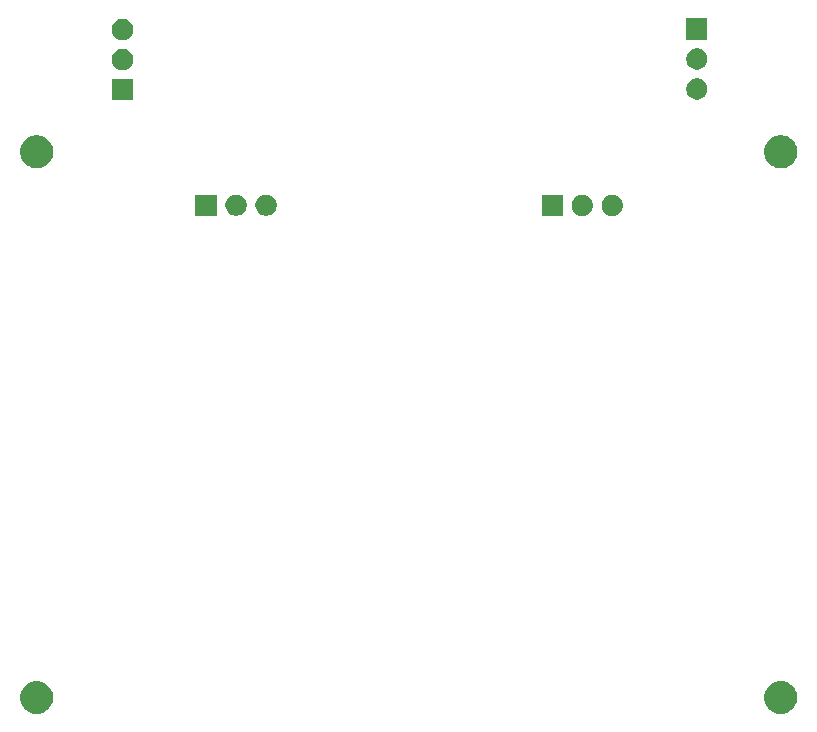
<source format=gbr>
G04 #@! TF.GenerationSoftware,KiCad,Pcbnew,(5.1.5)-3*
G04 #@! TF.CreationDate,2020-01-29T13:04:29+01:00*
G04 #@! TF.ProjectId,StepperClockLedRing,53746570-7065-4724-936c-6f636b4c6564,V0.1*
G04 #@! TF.SameCoordinates,Original*
G04 #@! TF.FileFunction,Soldermask,Bot*
G04 #@! TF.FilePolarity,Negative*
%FSLAX46Y46*%
G04 Gerber Fmt 4.6, Leading zero omitted, Abs format (unit mm)*
G04 Created by KiCad (PCBNEW (5.1.5)-3) date 2020-01-29 13:04:29*
%MOMM*%
%LPD*%
G04 APERTURE LIST*
%ADD10C,0.100000*%
G04 APERTURE END LIST*
D10*
G36*
X63318433Y-148634893D02*
G01*
X63408657Y-148652839D01*
X63514267Y-148696585D01*
X63663621Y-148758449D01*
X63663622Y-148758450D01*
X63893086Y-148911772D01*
X64088228Y-149106914D01*
X64190675Y-149260237D01*
X64241551Y-149336379D01*
X64347161Y-149591344D01*
X64401000Y-149862012D01*
X64401000Y-150137988D01*
X64347161Y-150408656D01*
X64241551Y-150663621D01*
X64241550Y-150663622D01*
X64088228Y-150893086D01*
X63893086Y-151088228D01*
X63739763Y-151190675D01*
X63663621Y-151241551D01*
X63514267Y-151303415D01*
X63408657Y-151347161D01*
X63318433Y-151365107D01*
X63137988Y-151401000D01*
X62862012Y-151401000D01*
X62681567Y-151365107D01*
X62591343Y-151347161D01*
X62485733Y-151303415D01*
X62336379Y-151241551D01*
X62260237Y-151190675D01*
X62106914Y-151088228D01*
X61911772Y-150893086D01*
X61758450Y-150663622D01*
X61758449Y-150663621D01*
X61652839Y-150408656D01*
X61599000Y-150137988D01*
X61599000Y-149862012D01*
X61652839Y-149591344D01*
X61758449Y-149336379D01*
X61809325Y-149260237D01*
X61911772Y-149106914D01*
X62106914Y-148911772D01*
X62336378Y-148758450D01*
X62336379Y-148758449D01*
X62485733Y-148696585D01*
X62591343Y-148652839D01*
X62681567Y-148634893D01*
X62862012Y-148599000D01*
X63137988Y-148599000D01*
X63318433Y-148634893D01*
G37*
G36*
X126318433Y-148634893D02*
G01*
X126408657Y-148652839D01*
X126514267Y-148696585D01*
X126663621Y-148758449D01*
X126663622Y-148758450D01*
X126893086Y-148911772D01*
X127088228Y-149106914D01*
X127190675Y-149260237D01*
X127241551Y-149336379D01*
X127347161Y-149591344D01*
X127401000Y-149862012D01*
X127401000Y-150137988D01*
X127347161Y-150408656D01*
X127241551Y-150663621D01*
X127241550Y-150663622D01*
X127088228Y-150893086D01*
X126893086Y-151088228D01*
X126739763Y-151190675D01*
X126663621Y-151241551D01*
X126514267Y-151303415D01*
X126408657Y-151347161D01*
X126318433Y-151365107D01*
X126137988Y-151401000D01*
X125862012Y-151401000D01*
X125681567Y-151365107D01*
X125591343Y-151347161D01*
X125485733Y-151303415D01*
X125336379Y-151241551D01*
X125260237Y-151190675D01*
X125106914Y-151088228D01*
X124911772Y-150893086D01*
X124758450Y-150663622D01*
X124758449Y-150663621D01*
X124652839Y-150408656D01*
X124599000Y-150137988D01*
X124599000Y-149862012D01*
X124652839Y-149591344D01*
X124758449Y-149336379D01*
X124809325Y-149260237D01*
X124911772Y-149106914D01*
X125106914Y-148911772D01*
X125336378Y-148758450D01*
X125336379Y-148758449D01*
X125485733Y-148696585D01*
X125591343Y-148652839D01*
X125681567Y-148634893D01*
X125862012Y-148599000D01*
X126137988Y-148599000D01*
X126318433Y-148634893D01*
G37*
G36*
X107551000Y-109251000D02*
G01*
X105749000Y-109251000D01*
X105749000Y-107449000D01*
X107551000Y-107449000D01*
X107551000Y-109251000D01*
G37*
G36*
X111843512Y-107453927D02*
G01*
X111992812Y-107483624D01*
X112156784Y-107551544D01*
X112304354Y-107650147D01*
X112429853Y-107775646D01*
X112528456Y-107923216D01*
X112596376Y-108087188D01*
X112631000Y-108261259D01*
X112631000Y-108438741D01*
X112596376Y-108612812D01*
X112528456Y-108776784D01*
X112429853Y-108924354D01*
X112304354Y-109049853D01*
X112156784Y-109148456D01*
X111992812Y-109216376D01*
X111843512Y-109246073D01*
X111818742Y-109251000D01*
X111641258Y-109251000D01*
X111616488Y-109246073D01*
X111467188Y-109216376D01*
X111303216Y-109148456D01*
X111155646Y-109049853D01*
X111030147Y-108924354D01*
X110931544Y-108776784D01*
X110863624Y-108612812D01*
X110829000Y-108438741D01*
X110829000Y-108261259D01*
X110863624Y-108087188D01*
X110931544Y-107923216D01*
X111030147Y-107775646D01*
X111155646Y-107650147D01*
X111303216Y-107551544D01*
X111467188Y-107483624D01*
X111616488Y-107453927D01*
X111641258Y-107449000D01*
X111818742Y-107449000D01*
X111843512Y-107453927D01*
G37*
G36*
X109303512Y-107453927D02*
G01*
X109452812Y-107483624D01*
X109616784Y-107551544D01*
X109764354Y-107650147D01*
X109889853Y-107775646D01*
X109988456Y-107923216D01*
X110056376Y-108087188D01*
X110091000Y-108261259D01*
X110091000Y-108438741D01*
X110056376Y-108612812D01*
X109988456Y-108776784D01*
X109889853Y-108924354D01*
X109764354Y-109049853D01*
X109616784Y-109148456D01*
X109452812Y-109216376D01*
X109303512Y-109246073D01*
X109278742Y-109251000D01*
X109101258Y-109251000D01*
X109076488Y-109246073D01*
X108927188Y-109216376D01*
X108763216Y-109148456D01*
X108615646Y-109049853D01*
X108490147Y-108924354D01*
X108391544Y-108776784D01*
X108323624Y-108612812D01*
X108289000Y-108438741D01*
X108289000Y-108261259D01*
X108323624Y-108087188D01*
X108391544Y-107923216D01*
X108490147Y-107775646D01*
X108615646Y-107650147D01*
X108763216Y-107551544D01*
X108927188Y-107483624D01*
X109076488Y-107453927D01*
X109101258Y-107449000D01*
X109278742Y-107449000D01*
X109303512Y-107453927D01*
G37*
G36*
X78251000Y-109226000D02*
G01*
X76449000Y-109226000D01*
X76449000Y-107424000D01*
X78251000Y-107424000D01*
X78251000Y-109226000D01*
G37*
G36*
X82543512Y-107428927D02*
G01*
X82692812Y-107458624D01*
X82856784Y-107526544D01*
X83004354Y-107625147D01*
X83129853Y-107750646D01*
X83228456Y-107898216D01*
X83296376Y-108062188D01*
X83331000Y-108236259D01*
X83331000Y-108413741D01*
X83296376Y-108587812D01*
X83228456Y-108751784D01*
X83129853Y-108899354D01*
X83004354Y-109024853D01*
X82856784Y-109123456D01*
X82692812Y-109191376D01*
X82543512Y-109221073D01*
X82518742Y-109226000D01*
X82341258Y-109226000D01*
X82316488Y-109221073D01*
X82167188Y-109191376D01*
X82003216Y-109123456D01*
X81855646Y-109024853D01*
X81730147Y-108899354D01*
X81631544Y-108751784D01*
X81563624Y-108587812D01*
X81529000Y-108413741D01*
X81529000Y-108236259D01*
X81563624Y-108062188D01*
X81631544Y-107898216D01*
X81730147Y-107750646D01*
X81855646Y-107625147D01*
X82003216Y-107526544D01*
X82167188Y-107458624D01*
X82316488Y-107428927D01*
X82341258Y-107424000D01*
X82518742Y-107424000D01*
X82543512Y-107428927D01*
G37*
G36*
X80003512Y-107428927D02*
G01*
X80152812Y-107458624D01*
X80316784Y-107526544D01*
X80464354Y-107625147D01*
X80589853Y-107750646D01*
X80688456Y-107898216D01*
X80756376Y-108062188D01*
X80791000Y-108236259D01*
X80791000Y-108413741D01*
X80756376Y-108587812D01*
X80688456Y-108751784D01*
X80589853Y-108899354D01*
X80464354Y-109024853D01*
X80316784Y-109123456D01*
X80152812Y-109191376D01*
X80003512Y-109221073D01*
X79978742Y-109226000D01*
X79801258Y-109226000D01*
X79776488Y-109221073D01*
X79627188Y-109191376D01*
X79463216Y-109123456D01*
X79315646Y-109024853D01*
X79190147Y-108899354D01*
X79091544Y-108751784D01*
X79023624Y-108587812D01*
X78989000Y-108413741D01*
X78989000Y-108236259D01*
X79023624Y-108062188D01*
X79091544Y-107898216D01*
X79190147Y-107750646D01*
X79315646Y-107625147D01*
X79463216Y-107526544D01*
X79627188Y-107458624D01*
X79776488Y-107428927D01*
X79801258Y-107424000D01*
X79978742Y-107424000D01*
X80003512Y-107428927D01*
G37*
G36*
X63318433Y-102434893D02*
G01*
X63408657Y-102452839D01*
X63514267Y-102496585D01*
X63663621Y-102558449D01*
X63663622Y-102558450D01*
X63893086Y-102711772D01*
X64088228Y-102906914D01*
X64190675Y-103060237D01*
X64241551Y-103136379D01*
X64347161Y-103391344D01*
X64401000Y-103662012D01*
X64401000Y-103937988D01*
X64347161Y-104208656D01*
X64241551Y-104463621D01*
X64241550Y-104463622D01*
X64088228Y-104693086D01*
X63893086Y-104888228D01*
X63739763Y-104990675D01*
X63663621Y-105041551D01*
X63514267Y-105103415D01*
X63408657Y-105147161D01*
X63318433Y-105165107D01*
X63137988Y-105201000D01*
X62862012Y-105201000D01*
X62681567Y-105165107D01*
X62591343Y-105147161D01*
X62485733Y-105103415D01*
X62336379Y-105041551D01*
X62260237Y-104990675D01*
X62106914Y-104888228D01*
X61911772Y-104693086D01*
X61758450Y-104463622D01*
X61758449Y-104463621D01*
X61652839Y-104208656D01*
X61599000Y-103937988D01*
X61599000Y-103662012D01*
X61652839Y-103391344D01*
X61758449Y-103136379D01*
X61809325Y-103060237D01*
X61911772Y-102906914D01*
X62106914Y-102711772D01*
X62336378Y-102558450D01*
X62336379Y-102558449D01*
X62485733Y-102496585D01*
X62591343Y-102452839D01*
X62681567Y-102434893D01*
X62862012Y-102399000D01*
X63137988Y-102399000D01*
X63318433Y-102434893D01*
G37*
G36*
X126318433Y-102434893D02*
G01*
X126408657Y-102452839D01*
X126514267Y-102496585D01*
X126663621Y-102558449D01*
X126663622Y-102558450D01*
X126893086Y-102711772D01*
X127088228Y-102906914D01*
X127190675Y-103060237D01*
X127241551Y-103136379D01*
X127347161Y-103391344D01*
X127401000Y-103662012D01*
X127401000Y-103937988D01*
X127347161Y-104208656D01*
X127241551Y-104463621D01*
X127241550Y-104463622D01*
X127088228Y-104693086D01*
X126893086Y-104888228D01*
X126739763Y-104990675D01*
X126663621Y-105041551D01*
X126514267Y-105103415D01*
X126408657Y-105147161D01*
X126318433Y-105165107D01*
X126137988Y-105201000D01*
X125862012Y-105201000D01*
X125681567Y-105165107D01*
X125591343Y-105147161D01*
X125485733Y-105103415D01*
X125336379Y-105041551D01*
X125260237Y-104990675D01*
X125106914Y-104888228D01*
X124911772Y-104693086D01*
X124758450Y-104463622D01*
X124758449Y-104463621D01*
X124652839Y-104208656D01*
X124599000Y-103937988D01*
X124599000Y-103662012D01*
X124652839Y-103391344D01*
X124758449Y-103136379D01*
X124809325Y-103060237D01*
X124911772Y-102906914D01*
X125106914Y-102711772D01*
X125336378Y-102558450D01*
X125336379Y-102558449D01*
X125485733Y-102496585D01*
X125591343Y-102452839D01*
X125681567Y-102434893D01*
X125862012Y-102399000D01*
X126137988Y-102399000D01*
X126318433Y-102434893D01*
G37*
G36*
X71176000Y-99426000D02*
G01*
X69374000Y-99426000D01*
X69374000Y-97624000D01*
X71176000Y-97624000D01*
X71176000Y-99426000D01*
G37*
G36*
X119013512Y-97583927D02*
G01*
X119162812Y-97613624D01*
X119326784Y-97681544D01*
X119474354Y-97780147D01*
X119599853Y-97905646D01*
X119698456Y-98053216D01*
X119766376Y-98217188D01*
X119801000Y-98391259D01*
X119801000Y-98568741D01*
X119766376Y-98742812D01*
X119698456Y-98906784D01*
X119599853Y-99054354D01*
X119474354Y-99179853D01*
X119326784Y-99278456D01*
X119162812Y-99346376D01*
X119013512Y-99376073D01*
X118988742Y-99381000D01*
X118811258Y-99381000D01*
X118786488Y-99376073D01*
X118637188Y-99346376D01*
X118473216Y-99278456D01*
X118325646Y-99179853D01*
X118200147Y-99054354D01*
X118101544Y-98906784D01*
X118033624Y-98742812D01*
X117999000Y-98568741D01*
X117999000Y-98391259D01*
X118033624Y-98217188D01*
X118101544Y-98053216D01*
X118200147Y-97905646D01*
X118325646Y-97780147D01*
X118473216Y-97681544D01*
X118637188Y-97613624D01*
X118786488Y-97583927D01*
X118811258Y-97579000D01*
X118988742Y-97579000D01*
X119013512Y-97583927D01*
G37*
G36*
X70388512Y-95088927D02*
G01*
X70537812Y-95118624D01*
X70701784Y-95186544D01*
X70849354Y-95285147D01*
X70974853Y-95410646D01*
X71073456Y-95558216D01*
X71141376Y-95722188D01*
X71176000Y-95896259D01*
X71176000Y-96073741D01*
X71141376Y-96247812D01*
X71073456Y-96411784D01*
X70974853Y-96559354D01*
X70849354Y-96684853D01*
X70701784Y-96783456D01*
X70537812Y-96851376D01*
X70388512Y-96881073D01*
X70363742Y-96886000D01*
X70186258Y-96886000D01*
X70161488Y-96881073D01*
X70012188Y-96851376D01*
X69848216Y-96783456D01*
X69700646Y-96684853D01*
X69575147Y-96559354D01*
X69476544Y-96411784D01*
X69408624Y-96247812D01*
X69374000Y-96073741D01*
X69374000Y-95896259D01*
X69408624Y-95722188D01*
X69476544Y-95558216D01*
X69575147Y-95410646D01*
X69700646Y-95285147D01*
X69848216Y-95186544D01*
X70012188Y-95118624D01*
X70161488Y-95088927D01*
X70186258Y-95084000D01*
X70363742Y-95084000D01*
X70388512Y-95088927D01*
G37*
G36*
X119013512Y-95043927D02*
G01*
X119162812Y-95073624D01*
X119326784Y-95141544D01*
X119474354Y-95240147D01*
X119599853Y-95365646D01*
X119698456Y-95513216D01*
X119766376Y-95677188D01*
X119801000Y-95851259D01*
X119801000Y-96028741D01*
X119766376Y-96202812D01*
X119698456Y-96366784D01*
X119599853Y-96514354D01*
X119474354Y-96639853D01*
X119326784Y-96738456D01*
X119162812Y-96806376D01*
X119013512Y-96836073D01*
X118988742Y-96841000D01*
X118811258Y-96841000D01*
X118786488Y-96836073D01*
X118637188Y-96806376D01*
X118473216Y-96738456D01*
X118325646Y-96639853D01*
X118200147Y-96514354D01*
X118101544Y-96366784D01*
X118033624Y-96202812D01*
X117999000Y-96028741D01*
X117999000Y-95851259D01*
X118033624Y-95677188D01*
X118101544Y-95513216D01*
X118200147Y-95365646D01*
X118325646Y-95240147D01*
X118473216Y-95141544D01*
X118637188Y-95073624D01*
X118786488Y-95043927D01*
X118811258Y-95039000D01*
X118988742Y-95039000D01*
X119013512Y-95043927D01*
G37*
G36*
X70388512Y-92548927D02*
G01*
X70537812Y-92578624D01*
X70701784Y-92646544D01*
X70849354Y-92745147D01*
X70974853Y-92870646D01*
X71073456Y-93018216D01*
X71141376Y-93182188D01*
X71176000Y-93356259D01*
X71176000Y-93533741D01*
X71141376Y-93707812D01*
X71073456Y-93871784D01*
X70974853Y-94019354D01*
X70849354Y-94144853D01*
X70701784Y-94243456D01*
X70537812Y-94311376D01*
X70388512Y-94341073D01*
X70363742Y-94346000D01*
X70186258Y-94346000D01*
X70161488Y-94341073D01*
X70012188Y-94311376D01*
X69848216Y-94243456D01*
X69700646Y-94144853D01*
X69575147Y-94019354D01*
X69476544Y-93871784D01*
X69408624Y-93707812D01*
X69374000Y-93533741D01*
X69374000Y-93356259D01*
X69408624Y-93182188D01*
X69476544Y-93018216D01*
X69575147Y-92870646D01*
X69700646Y-92745147D01*
X69848216Y-92646544D01*
X70012188Y-92578624D01*
X70161488Y-92548927D01*
X70186258Y-92544000D01*
X70363742Y-92544000D01*
X70388512Y-92548927D01*
G37*
G36*
X119801000Y-94301000D02*
G01*
X117999000Y-94301000D01*
X117999000Y-92499000D01*
X119801000Y-92499000D01*
X119801000Y-94301000D01*
G37*
M02*

</source>
